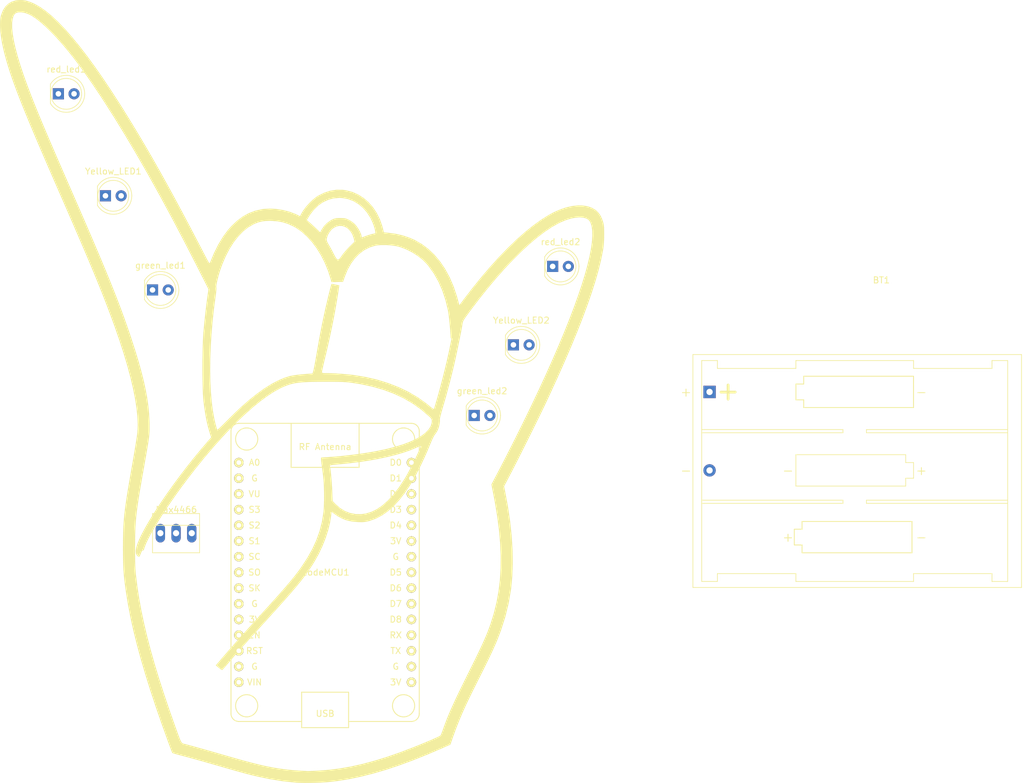
<source format=kicad_pcb>
(kicad_pcb (version 20171130) (host pcbnew "(5.1.0)-1")

  (general
    (thickness 1.6)
    (drawings 0)
    (tracks 0)
    (zones 0)
    (modules 10)
    (nets 31)
  )

  (page A4)
  (layers
    (0 F.Cu signal)
    (31 B.Cu signal)
    (32 B.Adhes user)
    (33 F.Adhes user)
    (34 B.Paste user)
    (35 F.Paste user)
    (36 B.SilkS user)
    (37 F.SilkS user)
    (38 B.Mask user)
    (39 F.Mask user)
    (40 Dwgs.User user)
    (41 Cmts.User user)
    (42 Eco1.User user)
    (43 Eco2.User user)
    (44 Edge.Cuts user)
    (45 Margin user)
    (46 B.CrtYd user)
    (47 F.CrtYd user)
    (48 B.Fab user)
    (49 F.Fab user)
  )

  (setup
    (last_trace_width 0.25)
    (trace_clearance 0.2)
    (zone_clearance 0.508)
    (zone_45_only no)
    (trace_min 0.2)
    (via_size 0.8)
    (via_drill 0.4)
    (via_min_size 0.4)
    (via_min_drill 0.3)
    (uvia_size 0.3)
    (uvia_drill 0.1)
    (uvias_allowed no)
    (uvia_min_size 0.2)
    (uvia_min_drill 0.1)
    (edge_width 0.05)
    (segment_width 0.2)
    (pcb_text_width 0.3)
    (pcb_text_size 1.5 1.5)
    (mod_edge_width 0.12)
    (mod_text_size 1 1)
    (mod_text_width 0.15)
    (pad_size 1.524 1.524)
    (pad_drill 0.762)
    (pad_to_mask_clearance 0.051)
    (solder_mask_min_width 0.25)
    (aux_axis_origin 0 0)
    (visible_elements 7FFFFFFF)
    (pcbplotparams
      (layerselection 0x010fc_ffffffff)
      (usegerberextensions false)
      (usegerberattributes false)
      (usegerberadvancedattributes false)
      (creategerberjobfile false)
      (excludeedgelayer true)
      (linewidth 0.100000)
      (plotframeref false)
      (viasonmask false)
      (mode 1)
      (useauxorigin false)
      (hpglpennumber 1)
      (hpglpenspeed 20)
      (hpglpendiameter 15.000000)
      (psnegative false)
      (psa4output false)
      (plotreference true)
      (plotvalue true)
      (plotinvisibletext false)
      (padsonsilk false)
      (subtractmaskfromsilk false)
      (outputformat 1)
      (mirror false)
      (drillshape 1)
      (scaleselection 1)
      (outputdirectory ""))
  )

  (net 0 "")
  (net 1 "Net-(BT1-Pad1)")
  (net 2 "Net-(BT1-Pad2)")
  (net 3 "Net-(NodeMCU1-Pad23)")
  (net 4 "Net-(NodeMCU1-Pad25)")
  (net 5 "Net-(NodeMCU1-Pad16)")
  (net 6 "Net-(NodeMCU1-Pad20)")
  (net 7 "Net-(NodeMCU1-Pad29)")
  (net 8 "Net-(NodeMCU1-Pad22)")
  (net 9 "Net-(NodeMCU1-Pad28)")
  (net 10 "Net-(NodeMCU1-Pad21)")
  (net 11 "Net-(NodeMCU1-Pad2)")
  (net 12 "Net-(NodeMCU1-Pad3)")
  (net 13 "Net-(NodeMCU1-Pad4)")
  (net 14 "Net-(NodeMCU1-Pad5)")
  (net 15 "Net-(NodeMCU1-Pad6)")
  (net 16 "Net-(NodeMCU1-Pad7)")
  (net 17 "Net-(NodeMCU1-Pad8)")
  (net 18 "Net-(NodeMCU1-Pad9)")
  (net 19 "Net-(NodeMCU1-Pad12)")
  (net 20 "Net-(NodeMCU1-Pad13)")
  (net 21 "Net-(NodeMCU1-Pad17)")
  (net 22 "Net-(NodeMCU1-Pad18)")
  (net 23 "Net-(NodeMCU1-Pad19)")
  (net 24 "Net-(NodeMCU1-Pad24)")
  (net 25 "Net-(NodeMCU1-Pad26)")
  (net 26 "Net-(NodeMCU1-Pad27)")
  (net 27 "Net-(NodeMCU1-Pad30)")
  (net 28 "Net-(Max4466-Pad1)")
  (net 29 "Net-(Max4466-Pad2)")
  (net 30 "Net-(Max4466-Pad3)")

  (net_class Default "This is the default net class."
    (clearance 0.2)
    (trace_width 0.25)
    (via_dia 0.8)
    (via_drill 0.4)
    (uvia_dia 0.3)
    (uvia_drill 0.1)
    (add_net "Net-(BT1-Pad1)")
    (add_net "Net-(BT1-Pad2)")
    (add_net "Net-(Max4466-Pad1)")
    (add_net "Net-(Max4466-Pad2)")
    (add_net "Net-(Max4466-Pad3)")
    (add_net "Net-(NodeMCU1-Pad12)")
    (add_net "Net-(NodeMCU1-Pad13)")
    (add_net "Net-(NodeMCU1-Pad16)")
    (add_net "Net-(NodeMCU1-Pad17)")
    (add_net "Net-(NodeMCU1-Pad18)")
    (add_net "Net-(NodeMCU1-Pad19)")
    (add_net "Net-(NodeMCU1-Pad2)")
    (add_net "Net-(NodeMCU1-Pad20)")
    (add_net "Net-(NodeMCU1-Pad21)")
    (add_net "Net-(NodeMCU1-Pad22)")
    (add_net "Net-(NodeMCU1-Pad23)")
    (add_net "Net-(NodeMCU1-Pad24)")
    (add_net "Net-(NodeMCU1-Pad25)")
    (add_net "Net-(NodeMCU1-Pad26)")
    (add_net "Net-(NodeMCU1-Pad27)")
    (add_net "Net-(NodeMCU1-Pad28)")
    (add_net "Net-(NodeMCU1-Pad29)")
    (add_net "Net-(NodeMCU1-Pad3)")
    (add_net "Net-(NodeMCU1-Pad30)")
    (add_net "Net-(NodeMCU1-Pad4)")
    (add_net "Net-(NodeMCU1-Pad5)")
    (add_net "Net-(NodeMCU1-Pad6)")
    (add_net "Net-(NodeMCU1-Pad7)")
    (add_net "Net-(NodeMCU1-Pad8)")
    (add_net "Net-(NodeMCU1-Pad9)")
  )

  (module Battery_Holders:Keystone_2479_3xAAA (layer F.Cu) (tedit 57A872FB) (tstamp 5E364D9F)
    (at 212.09 110.49)
    (descr "3xAAA cell battery holder, Keystone P/N 2479")
    (tags "AAA battery cell holder")
    (path /5E39BF42)
    (fp_text reference BT1 (at 27.8 -18.1) (layer F.SilkS)
      (effects (font (size 1 1) (thickness 0.15)))
    )
    (fp_text value Battery (at 27.8 1) (layer F.Fab)
      (effects (font (size 1 1) (thickness 0.15)))
    )
    (fp_text user + (at 3 -0.2) (layer F.SilkS)
      (effects (font (size 3 3) (thickness 0.45)))
    )
    (fp_line (start 50.5 31.65) (end 50.5 -6.05) (layer F.SilkS) (width 0.12))
    (fp_line (start -2.7 31.65) (end 50.5 31.65) (layer F.SilkS) (width 0.12))
    (fp_line (start -2.7 -6.05) (end -2.7 31.65) (layer F.SilkS) (width 0.12))
    (fp_line (start 50.5 -6.05) (end -2.7 -6.05) (layer F.SilkS) (width 0.12))
    (fp_line (start -3.1 -6.45) (end 50.9 -6.45) (layer F.CrtYd) (width 0.05))
    (fp_line (start -3.1 32.05) (end -3.1 -6.45) (layer F.CrtYd) (width 0.05))
    (fp_line (start 50.9 32.05) (end -3.1 32.05) (layer F.CrtYd) (width 0.05))
    (fp_line (start 50.9 -6.45) (end 50.9 32.05) (layer F.CrtYd) (width 0.05))
    (fp_line (start 25.4 18.034) (end 48.26 18.034) (layer F.SilkS) (width 0.12))
    (fp_line (start 25.4 17.526) (end 25.4 18.034) (layer F.SilkS) (width 0.12))
    (fp_line (start 48.26 17.526) (end 25.4 17.526) (layer F.SilkS) (width 0.12))
    (fp_line (start 21.59 18.034) (end -1.27 18.034) (layer F.SilkS) (width 0.12))
    (fp_line (start 21.59 17.526) (end 21.59 18.034) (layer F.SilkS) (width 0.12))
    (fp_line (start -1.27 17.526) (end 21.59 17.526) (layer F.SilkS) (width 0.12))
    (fp_line (start 32.766 20.955) (end 32.766 22.225) (layer F.SilkS) (width 0.12))
    (fp_line (start 14.986 20.955) (end 32.766 20.955) (layer F.SilkS) (width 0.12))
    (fp_line (start 14.986 22.225) (end 14.986 20.955) (layer F.SilkS) (width 0.12))
    (fp_line (start 13.716 22.225) (end 14.986 22.225) (layer F.SilkS) (width 0.12))
    (fp_line (start 13.716 24.765) (end 13.716 22.225) (layer F.SilkS) (width 0.12))
    (fp_line (start 14.986 24.765) (end 13.716 24.765) (layer F.SilkS) (width 0.12))
    (fp_line (start 14.986 26.035) (end 14.986 24.765) (layer F.SilkS) (width 0.12))
    (fp_line (start 32.766 26.035) (end 14.986 26.035) (layer F.SilkS) (width 0.12))
    (fp_line (start 32.766 22.225) (end 32.766 26.035) (layer F.SilkS) (width 0.12))
    (fp_line (start 32.766 22.225) (end 32.766 26.035) (layer F.SilkS) (width 0.12))
    (fp_line (start 32.766 26.035) (end 14.986 26.035) (layer F.SilkS) (width 0.12))
    (fp_line (start 14.986 26.035) (end 14.986 24.765) (layer F.SilkS) (width 0.12))
    (fp_line (start 14.986 24.765) (end 13.716 24.765) (layer F.SilkS) (width 0.12))
    (fp_line (start 13.716 24.765) (end 13.716 22.225) (layer F.SilkS) (width 0.12))
    (fp_line (start 13.716 22.225) (end 14.986 22.225) (layer F.SilkS) (width 0.12))
    (fp_line (start 14.986 22.225) (end 14.986 20.955) (layer F.SilkS) (width 0.12))
    (fp_line (start 14.986 20.955) (end 32.766 20.955) (layer F.SilkS) (width 0.12))
    (fp_line (start 32.766 20.955) (end 32.766 22.225) (layer F.SilkS) (width 0.12))
    (fp_line (start 33.02 -2.54) (end 33.02 -1.27) (layer F.SilkS) (width 0.12))
    (fp_line (start 15.24 -2.54) (end 33.02 -2.54) (layer F.SilkS) (width 0.12))
    (fp_line (start 15.24 -1.27) (end 15.24 -2.54) (layer F.SilkS) (width 0.12))
    (fp_line (start 13.97 -1.27) (end 15.24 -1.27) (layer F.SilkS) (width 0.12))
    (fp_line (start 13.97 1.27) (end 13.97 -1.27) (layer F.SilkS) (width 0.12))
    (fp_line (start 15.24 1.27) (end 13.97 1.27) (layer F.SilkS) (width 0.12))
    (fp_line (start 15.24 2.54) (end 15.24 1.27) (layer F.SilkS) (width 0.12))
    (fp_line (start 33.02 2.54) (end 15.24 2.54) (layer F.SilkS) (width 0.12))
    (fp_line (start 33.02 -1.27) (end 33.02 2.54) (layer F.SilkS) (width 0.12))
    (fp_line (start -1.27 17.78) (end -1.27 30.6705) (layer F.SilkS) (width 0.12))
    (fp_line (start 48.26 17.78) (end 48.26 30.68) (layer F.SilkS) (width 0.12))
    (fp_line (start -2.6 18.65) (end -2.6 31.55) (layer F.Fab) (width 0.1))
    (fp_line (start 50.4 18.65) (end 50.4 31.55) (layer F.Fab) (width 0.1))
    (fp_line (start 13.97 15.24) (end 13.97 10.16) (layer F.SilkS) (width 0.12))
    (fp_line (start 13.97 10.16) (end 31.75 10.16) (layer F.SilkS) (width 0.12))
    (fp_line (start 31.75 10.16) (end 31.75 11.43) (layer F.SilkS) (width 0.12))
    (fp_line (start 31.75 11.43) (end 33.02 11.43) (layer F.SilkS) (width 0.12))
    (fp_line (start 33.02 11.43) (end 33.02 13.97) (layer F.SilkS) (width 0.12))
    (fp_line (start 33.02 13.97) (end 31.75 13.97) (layer F.SilkS) (width 0.12))
    (fp_line (start 31.75 13.97) (end 31.75 15.24) (layer F.SilkS) (width 0.12))
    (fp_line (start 31.75 15.24) (end 13.97 15.24) (layer F.SilkS) (width 0.12))
    (fp_line (start 33.02 -1.27) (end 33.02 2.54) (layer F.SilkS) (width 0.12))
    (fp_line (start 33.02 2.54) (end 15.24 2.54) (layer F.SilkS) (width 0.12))
    (fp_line (start 15.24 2.54) (end 15.24 1.27) (layer F.SilkS) (width 0.12))
    (fp_line (start 15.24 1.27) (end 13.97 1.27) (layer F.SilkS) (width 0.12))
    (fp_line (start 13.97 1.27) (end 13.97 -1.27) (layer F.SilkS) (width 0.12))
    (fp_line (start 13.97 -1.27) (end 15.24 -1.27) (layer F.SilkS) (width 0.12))
    (fp_line (start 15.24 -1.27) (end 15.24 -2.54) (layer F.SilkS) (width 0.12))
    (fp_line (start 15.24 -2.54) (end 33.02 -2.54) (layer F.SilkS) (width 0.12))
    (fp_line (start 33.02 -2.54) (end 33.02 -1.27) (layer F.SilkS) (width 0.12))
    (fp_line (start -1.27 6.096) (end 21.59 6.096) (layer F.SilkS) (width 0.12))
    (fp_line (start 21.59 6.096) (end 21.59 6.604) (layer F.SilkS) (width 0.12))
    (fp_line (start 21.59 6.604) (end -1.27 6.604) (layer F.SilkS) (width 0.12))
    (fp_line (start 48.26 6.096) (end 25.4 6.096) (layer F.SilkS) (width 0.12))
    (fp_line (start 25.4 6.096) (end 25.4 6.604) (layer F.SilkS) (width 0.12))
    (fp_line (start 25.4 6.604) (end 48.26 6.604) (layer F.SilkS) (width 0.12))
    (fp_line (start 13.97 29.41) (end 13.97 30.68) (layer F.SilkS) (width 0.12))
    (fp_line (start 13.97 30.68) (end 33.02 30.68) (layer F.SilkS) (width 0.12))
    (fp_line (start 33.02 30.68) (end 33.02 29.41) (layer F.SilkS) (width 0.12))
    (fp_line (start 45.72 -3.81) (end 33.02 -3.81) (layer F.SilkS) (width 0.12))
    (fp_line (start 33.02 -3.81) (end 33.02 -5.08) (layer F.SilkS) (width 0.12))
    (fp_line (start 33.02 -5.08) (end 13.97 -5.08) (layer F.SilkS) (width 0.12))
    (fp_line (start 13.97 -5.08) (end 13.97 -3.81) (layer F.SilkS) (width 0.12))
    (fp_line (start 45.72 29.41) (end 33.02 29.41) (layer F.SilkS) (width 0.12))
    (fp_line (start 1.27 -3.81) (end 13.97 -3.81) (layer F.SilkS) (width 0.12))
    (fp_line (start 1.27 -3.81) (end 1.27 -5.08) (layer F.SilkS) (width 0.12))
    (fp_line (start 1.27 -5.08) (end -1.27 -5.08) (layer F.SilkS) (width 0.12))
    (fp_line (start -1.27 -5.08) (end -1.27 17.78) (layer F.SilkS) (width 0.12))
    (fp_line (start -1.27 30.6705) (end 1.27 30.6705) (layer F.SilkS) (width 0.12))
    (fp_line (start 1.27 30.6705) (end 1.27 29.41) (layer F.SilkS) (width 0.12))
    (fp_line (start 1.27 29.41) (end 13.97 29.41) (layer F.SilkS) (width 0.12))
    (fp_line (start 48.26 -5.08) (end 45.72 -5.08) (layer F.SilkS) (width 0.12))
    (fp_line (start 45.72 -5.08) (end 45.72 -3.81) (layer F.SilkS) (width 0.12))
    (fp_line (start 48.26 -5.08) (end 48.26 17.78) (layer F.SilkS) (width 0.12))
    (fp_line (start 48.26 30.68) (end 45.72 30.68) (layer F.SilkS) (width 0.12))
    (fp_line (start 45.72 30.68) (end 45.72 29.41) (layer F.SilkS) (width 0.12))
    (fp_line (start -2.6 18.65) (end -2.6 6.35) (layer F.Fab) (width 0.1))
    (fp_line (start 50.4 18.65) (end 50.4 -5.95) (layer F.Fab) (width 0.1))
    (fp_line (start -2.6 31.55) (end 50.4 31.55) (layer F.Fab) (width 0.1))
    (fp_line (start -2.6 6.35) (end -2.6 -5.95) (layer F.Fab) (width 0.1))
    (fp_line (start -2.6 -5.95) (end 50.4 -5.95) (layer F.Fab) (width 0.1))
    (fp_text user + (at 34.29 12.7) (layer F.SilkS)
      (effects (font (size 1.5 1.5) (thickness 0.15)))
    )
    (fp_text user + (at 12.7 23.495) (layer F.SilkS)
      (effects (font (size 1.5 1.5) (thickness 0.15)))
    )
    (fp_text user - (at 12.7 12.7) (layer F.SilkS)
      (effects (font (size 1.5 1.5) (thickness 0.15)))
    )
    (fp_text user - (at 34.29 23.495) (layer F.SilkS)
      (effects (font (size 1.5 1.5) (thickness 0.15)))
    )
    (fp_text user - (at 34.29 0) (layer F.SilkS)
      (effects (font (size 1.5 1.5) (thickness 0.15)))
    )
    (fp_text user - (at -3.81 12.7) (layer F.SilkS)
      (effects (font (size 1.5 1.5) (thickness 0.15)))
    )
    (fp_text user + (at -3.81 0) (layer F.SilkS)
      (effects (font (size 1.5 1.5) (thickness 0.15)))
    )
    (fp_text user %R (at 27.8 -1) (layer F.Fab)
      (effects (font (size 1 1) (thickness 0.1)))
    )
    (pad 1 thru_hole rect (at 0 0) (size 2 2) (drill 1.02) (layers *.Cu *.Mask)
      (net 1 "Net-(BT1-Pad1)"))
    (pad 2 thru_hole circle (at 0 12.7) (size 2 2) (drill 1.02) (layers *.Cu *.Mask)
      (net 2 "Net-(BT1-Pad2)"))
    (pad "" np_thru_hole circle (at 23.7236 23.495) (size 3.5 3.5) (drill 3.5) (layers *.Cu *.Mask))
    (pad "" np_thru_hole circle (at 23.7236 0) (size 3.5 3.5) (drill 3.5) (layers *.Cu *.Mask))
  )

  (module Connectors:PINHEAD1-3 (layer F.Cu) (tedit 0) (tstamp 5E3780D1)
    (at 123.19 133.35)
    (path /5E383425)
    (fp_text reference Max4466 (at 2.59 -3.8) (layer F.SilkS)
      (effects (font (size 1 1) (thickness 0.15)))
    )
    (fp_text value Conn_01x03_Male (at 2.54 3.81) (layer F.Fab)
      (effects (font (size 1 1) (thickness 0.15)))
    )
    (fp_line (start -1.27 -3.17) (end -1.27 3.17) (layer F.SilkS) (width 0.12))
    (fp_line (start 6.35 -3.17) (end 6.35 3.17) (layer F.SilkS) (width 0.12))
    (fp_line (start 6.35 -1.27) (end -1.27 -1.27) (layer F.SilkS) (width 0.12))
    (fp_line (start -1.27 -3.17) (end 6.35 -3.17) (layer F.SilkS) (width 0.12))
    (fp_line (start 6.35 3.17) (end -1.27 3.17) (layer F.SilkS) (width 0.12))
    (fp_line (start -1.52 -3.42) (end 6.6 -3.42) (layer F.CrtYd) (width 0.05))
    (fp_line (start -1.52 -3.42) (end -1.52 3.42) (layer F.CrtYd) (width 0.05))
    (fp_line (start 6.6 3.42) (end 6.6 -3.42) (layer F.CrtYd) (width 0.05))
    (fp_line (start 6.6 3.42) (end -1.52 3.42) (layer F.CrtYd) (width 0.05))
    (pad 1 thru_hole oval (at 0 0) (size 1.51 3.01) (drill 1) (layers *.Cu *.Mask)
      (net 28 "Net-(Max4466-Pad1)"))
    (pad 2 thru_hole oval (at 2.54 0) (size 1.51 3.01) (drill 1) (layers *.Cu *.Mask)
      (net 29 "Net-(Max4466-Pad2)"))
    (pad 3 thru_hole oval (at 5.08 0) (size 1.51 3.01) (drill 1) (layers *.Cu *.Mask)
      (net 30 "Net-(Max4466-Pad3)"))
  )

  (module rockon:RockOn-silkscreen-100mm (layer F.Cu) (tedit 0) (tstamp 5E3713EE)
    (at 146.05 107.95)
    (fp_text reference G*** (at -35.56 2.54) (layer F.SilkS) hide
      (effects (font (size 1.524 1.524) (thickness 0.3)))
    )
    (fp_text value LOGO (at -35.56 6.35) (layer F.SilkS) hide
      (effects (font (size 1.524 1.524) (thickness 0.3)))
    )
    (fp_poly (pts (xy -45.106025 -60.883775) (xy -44.615149 -60.808657) (xy -44.113379 -60.663174) (xy -43.551389 -60.434634)
      (xy -43.222333 -60.280382) (xy -42.340395 -59.785505) (xy -41.406084 -59.130138) (xy -40.419755 -58.314708)
      (xy -39.381762 -57.339639) (xy -38.292461 -56.205357) (xy -37.152205 -54.912286) (xy -35.96135 -53.460854)
      (xy -34.72025 -51.851484) (xy -33.42926 -50.084604) (xy -32.088733 -48.160637) (xy -30.699025 -46.080009)
      (xy -29.260491 -43.843146) (xy -28.47031 -42.58139) (xy -27.480016 -40.972585) (xy -26.501549 -39.35487)
      (xy -25.527568 -37.715081) (xy -24.550729 -36.040057) (xy -23.56369 -34.316633) (xy -22.559108 -32.531646)
      (xy -21.529641 -30.671933) (xy -20.467946 -28.72433) (xy -19.36668 -26.675675) (xy -18.218501 -24.512804)
      (xy -17.016065 -22.222554) (xy -15.752031 -19.791761) (xy -15.676351 -19.645565) (xy -15.414549 -19.141131)
      (xy -15.218845 -18.771094) (xy -15.077889 -18.519267) (xy -14.980333 -18.369461) (xy -14.914828 -18.30549)
      (xy -14.870025 -18.311165) (xy -14.834574 -18.370298) (xy -14.815652 -18.417899) (xy -14.172999 -19.960802)
      (xy -13.4739 -21.355863) (xy -12.720698 -22.599079) (xy -11.915734 -23.686447) (xy -11.374473 -24.298728)
      (xy -10.464727 -25.160336) (xy -10.313488 -25.273) (xy 0.841186 -25.273) (xy 1.246093 -24.936352)
      (xy 1.482607 -24.73118) (xy 1.79223 -24.450789) (xy 2.127349 -24.138703) (xy 2.329894 -23.945637)
      (xy 3.008789 -23.29157) (xy 3.248555 -23.749517) (xy 3.613618 -24.294042) (xy 4.099497 -24.794526)
      (xy 4.657691 -25.204357) (xy 4.901093 -25.337779) (xy 5.182237 -25.468778) (xy 5.415252 -25.549866)
      (xy 5.658804 -25.592821) (xy 5.971559 -25.609421) (xy 6.265333 -25.611667) (xy 6.662106 -25.606566)
      (xy 6.948328 -25.583411) (xy 7.182666 -25.530423) (xy 7.423786 -25.435826) (xy 7.629573 -25.337779)
      (xy 8.002392 -25.118724) (xy 8.385447 -24.837926) (xy 8.623015 -24.626794) (xy 8.916667 -24.281753)
      (xy 9.203231 -23.856545) (xy 9.451859 -23.405307) (xy 9.631699 -22.982179) (xy 9.698808 -22.738922)
      (xy 9.751065 -22.460372) (xy 10.357699 -22.693723) (xy 10.740725 -22.829334) (xy 11.145351 -22.954352)
      (xy 11.460541 -23.036108) (xy 11.956748 -23.145142) (xy 11.907347 -23.505559) (xy 11.817284 -23.923234)
      (xy 11.658206 -24.428214) (xy 11.45071 -24.964125) (xy 11.215396 -25.474592) (xy 11.12532 -25.64588)
      (xy 10.563653 -26.51953) (xy 9.909784 -27.266918) (xy 9.175138 -27.880715) (xy 8.371139 -28.353597)
      (xy 7.509212 -28.678234) (xy 6.60078 -28.847302) (xy 6.096 -28.871333) (xy 5.162679 -28.789465)
      (xy 4.273689 -28.547354) (xy 3.437463 -28.15024) (xy 2.662431 -27.603366) (xy 1.957025 -26.911972)
      (xy 1.329677 -26.0813) (xy 1.154247 -25.799493) (xy 0.841186 -25.273) (xy -10.313488 -25.273)
      (xy -9.526064 -25.85958) (xy -8.547008 -26.402526) (xy -7.516084 -26.795242) (xy -6.421817 -27.043797)
      (xy -6.097591 -27.088982) (xy -5.104449 -27.141895) (xy -4.047365 -27.077502) (xy -2.975596 -26.904431)
      (xy -1.9384 -26.631312) (xy -0.985034 -26.266772) (xy -0.742696 -26.150938) (xy -0.257726 -25.907443)
      (xy -0.076216 -26.267555) (xy 0.261571 -26.832989) (xy 0.709076 -27.429356) (xy 1.228853 -28.016419)
      (xy 1.783451 -28.553942) (xy 2.335421 -29.00169) (xy 2.679007 -29.227845) (xy 3.664041 -29.717129)
      (xy 4.662228 -30.038616) (xy 5.67145 -30.191894) (xy 6.689592 -30.176553) (xy 7.196667 -30.106361)
      (xy 8.202725 -29.842091) (xy 9.151104 -29.42576) (xy 10.031593 -28.867853) (xy 10.833976 -28.178854)
      (xy 11.548042 -27.369247) (xy 12.163576 -26.449517) (xy 12.670366 -25.430147) (xy 13.058199 -24.321622)
      (xy 13.14263 -24.002585) (xy 13.317522 -23.29415) (xy 13.876594 -23.243683) (xy 15.180959 -23.072797)
      (xy 16.378899 -22.800952) (xy 17.506617 -22.418461) (xy 18.330333 -22.05206) (xy 19.470913 -21.399009)
      (xy 20.53686 -20.597812) (xy 21.523955 -19.654322) (xy 22.427981 -18.57439) (xy 23.244719 -17.363868)
      (xy 23.969952 -16.02861) (xy 24.599462 -14.574467) (xy 25.12903 -13.007291) (xy 25.305589 -12.374217)
      (xy 25.536248 -11.4981) (xy 26.160207 -12.331883) (xy 27.633151 -14.250077) (xy 29.100602 -16.062147)
      (xy 30.556998 -17.7627) (xy 31.99678 -19.346344) (xy 33.414387 -20.807686) (xy 34.804259 -22.141333)
      (xy 36.160835 -23.341893) (xy 37.478554 -24.403974) (xy 38.751857 -25.322183) (xy 39.975182 -26.091127)
      (xy 40.818859 -26.547784) (xy 41.82393 -26.996892) (xy 42.813434 -27.331373) (xy 43.77282 -27.550716)
      (xy 44.687538 -27.654409) (xy 45.543036 -27.641942) (xy 46.324764 -27.512802) (xy 47.018172 -27.266477)
      (xy 47.608707 -26.902456) (xy 47.740618 -26.791154) (xy 48.108742 -26.412157) (xy 48.395773 -25.995126)
      (xy 48.630936 -25.491435) (xy 48.780314 -25.061333) (xy 48.853194 -24.813907) (xy 48.90576 -24.584172)
      (xy 48.941124 -24.337549) (xy 48.962397 -24.039459) (xy 48.972691 -23.655321) (xy 48.975117 -23.150555)
      (xy 48.974565 -22.902333) (xy 48.965971 -22.215115) (xy 48.942653 -21.644382) (xy 48.900651 -21.137631)
      (xy 48.836004 -20.642356) (xy 48.777143 -20.285649) (xy 48.480499 -18.811342) (xy 48.087004 -17.209607)
      (xy 47.596333 -15.479577) (xy 47.008161 -13.620387) (xy 46.322162 -11.63117) (xy 45.538014 -9.51106)
      (xy 44.65539 -7.259191) (xy 43.673965 -4.874696) (xy 42.593416 -2.35671) (xy 41.413416 0.295634)
      (xy 40.133642 3.083203) (xy 39.535297 4.360333) (xy 39.225753 5.010546) (xy 38.850501 5.787822)
      (xy 38.42126 6.668632) (xy 37.949749 7.629442) (xy 37.447684 8.646722) (xy 36.926786 9.69694)
      (xy 36.398771 10.756565) (xy 35.875358 11.802064) (xy 35.368265 12.809907) (xy 34.88921 13.756562)
      (xy 34.449913 14.618497) (xy 34.06209 15.372181) (xy 33.822236 15.832826) (xy 32.779295 17.822652)
      (xy 32.945118 18.626826) (xy 33.403044 21.078639) (xy 33.756582 23.480223) (xy 34.004947 25.81862)
      (xy 34.147357 28.080868) (xy 34.183028 30.254008) (xy 34.111176 32.32508) (xy 33.931019 34.281123)
      (xy 33.9041 34.492181) (xy 33.528465 36.713306) (xy 32.984928 38.936287) (xy 32.27479 41.156301)
      (xy 31.710518 42.629667) (xy 31.502561 43.129364) (xy 31.278095 43.648627) (xy 31.029657 44.203128)
      (xy 30.749786 44.808539) (xy 30.431021 45.480534) (xy 30.0659 46.234785) (xy 29.646963 47.086964)
      (xy 29.166748 48.052744) (xy 28.617794 49.147797) (xy 28.425423 49.53) (xy 27.79997 50.780806)
      (xy 27.246999 51.908315) (xy 26.755958 52.936806) (xy 26.316292 53.890559) (xy 25.917447 54.793854)
      (xy 25.548871 55.67097) (xy 25.200009 56.546185) (xy 24.860307 57.44378) (xy 24.519212 58.388034)
      (xy 24.289332 59.045321) (xy 24.087667 59.628309) (xy 22.86 60.172985) (xy 20.400302 61.230989)
      (xy 18.051407 62.172391) (xy 15.804044 62.999988) (xy 13.648943 63.716575) (xy 11.576832 64.324949)
      (xy 9.578441 64.827906) (xy 7.644499 65.228244) (xy 5.765736 65.528759) (xy 4.663213 65.662093)
      (xy 3.953216 65.723936) (xy 3.13817 65.772579) (xy 2.264351 65.806983) (xy 1.378037 65.826112)
      (xy 0.525506 65.828928) (xy -0.246965 65.814394) (xy -0.838519 65.78541) (xy -2.96934 65.570226)
      (xy -5.183512 65.216102) (xy -7.154333 64.79979) (xy -7.585402 64.698035) (xy -7.992629 64.5997)
      (xy -8.394013 64.499865) (xy -8.807554 64.393614) (xy -9.251252 64.276028) (xy -9.743106 64.142189)
      (xy -10.301117 63.98718) (xy -10.943284 63.806082) (xy -11.687607 63.593978) (xy -12.552084 63.345949)
      (xy -13.554717 63.057078) (xy -13.946596 62.943973) (xy -14.777754 62.705217) (xy -15.621525 62.465071)
      (xy -16.450552 62.231169) (xy -17.237477 62.011145) (xy -17.954942 61.812634) (xy -18.575592 61.64327)
      (xy -19.072067 61.510687) (xy -19.230611 61.469443) (xy -19.731985 61.337983) (xy -20.176892 61.216646)
      (xy -20.539326 61.112907) (xy -20.793281 61.034243) (xy -20.912749 60.988128) (xy -20.917367 60.984585)
      (xy -20.963654 60.888528) (xy -21.058225 60.65725) (xy -21.191773 60.314772) (xy -21.354989 59.885111)
      (xy -21.538567 59.392285) (xy -21.615925 59.182) (xy -22.675684 56.238085) (xy -23.646144 53.431305)
      (xy -24.528922 50.755934) (xy -25.325634 48.206252) (xy -26.037898 45.776533) (xy -26.66733 43.461056)
      (xy -27.215546 41.254096) (xy -27.684164 39.14993) (xy -28.0748 37.142836) (xy -28.38907 35.22709)
      (xy -28.396156 35.179) (xy -28.526588 34.271233) (xy -28.633448 33.472295) (xy -28.719004 32.749255)
      (xy -28.785528 32.069182) (xy -28.835288 31.399144) (xy -28.870556 30.706213) (xy -28.893599 29.957455)
      (xy -28.906689 29.119942) (xy -28.912095 28.160742) (xy -28.912625 27.686) (xy -28.910452 26.840498)
      (xy -28.9025 26.059995) (xy -28.886937 25.32817) (xy -28.861935 24.6287) (xy -28.825665 23.945265)
      (xy -28.776296 23.261541) (xy -28.712 22.561208) (xy -28.630946 21.827943) (xy -28.531307 21.045424)
      (xy -28.411252 20.197329) (xy -28.268951 19.267338) (xy -28.102576 18.239127) (xy -27.910297 17.096374)
      (xy -27.690285 15.822759) (xy -27.44071 14.401959) (xy -27.394277 14.139333) (xy -27.245371 13.287951)
      (xy -27.10297 12.455035) (xy -26.9705 11.661938) (xy -26.851387 10.930008) (xy -26.749057 10.280597)
      (xy -26.666936 9.735054) (xy -26.60845 9.31473) (xy -26.578114 9.053196) (xy -26.528216 7.911241)
      (xy -26.574331 6.632828) (xy -26.715854 5.220564) (xy -26.952183 3.677055) (xy -27.282714 2.004909)
      (xy -27.706843 0.206731) (xy -28.223967 -1.71487) (xy -28.833482 -3.757288) (xy -29.534786 -5.917916)
      (xy -30.327274 -8.194147) (xy -30.986756 -9.990667) (xy -31.328946 -10.897798) (xy -31.673843 -11.799581)
      (xy -32.025962 -12.706832) (xy -32.389817 -13.630367) (xy -32.769923 -14.581003) (xy -33.170797 -15.569554)
      (xy -33.596952 -16.606837) (xy -34.052905 -17.703668) (xy -34.543169 -18.870864) (xy -35.07226 -20.119239)
      (xy -35.644694 -21.459609) (xy -36.264984 -22.902792) (xy -36.937647 -24.459602) (xy -37.667197 -26.140856)
      (xy -38.458149 -27.95737) (xy -39.115769 -29.464) (xy -40.037844 -31.5782) (xy -40.892653 -33.54621)
      (xy -41.683268 -35.375873) (xy -42.412758 -37.075034) (xy -43.084193 -38.651538) (xy -43.700642 -40.113228)
      (xy -44.265176 -41.46795) (xy -44.780865 -42.723548) (xy -45.250778 -43.887866) (xy -45.677985 -44.968748)
      (xy -46.065555 -45.974039) (xy -46.41656 -46.911584) (xy -46.734068 -47.789227) (xy -47.02115 -48.614812)
      (xy -47.280875 -49.396183) (xy -47.516313 -50.141186) (xy -47.730534 -50.857664) (xy -47.926609 -51.553462)
      (xy -48.107605 -52.236425) (xy -48.249925 -52.804656) (xy -48.480832 -53.857287) (xy -48.653032 -54.873458)
      (xy -48.765019 -55.831833) (xy -48.815283 -56.711075) (xy -48.807489 -57.179277) (xy -46.859804 -57.179277)
      (xy -46.854856 -56.374072) (xy -46.762463 -55.434677) (xy -46.583221 -54.364338) (xy -46.317722 -53.166296)
      (xy -45.96656 -51.843795) (xy -45.530328 -50.40008) (xy -45.009621 -48.838392) (xy -44.699488 -47.963667)
      (xy -44.439593 -47.25085) (xy -44.17406 -46.536081) (xy -43.898739 -45.8094) (xy -43.609483 -45.060846)
      (xy -43.302144 -44.280459) (xy -42.972573 -43.458279) (xy -42.616623 -42.584345) (xy -42.230145 -41.648698)
      (xy -41.808991 -40.641377) (xy -41.349014 -39.552421) (xy -40.846064 -38.371871) (xy -40.295994 -37.089766)
      (xy -39.694657 -35.696146) (xy -39.037903 -34.181051) (xy -38.321584 -32.53452) (xy -37.541553 -30.746593)
      (xy -37.277096 -30.141333) (xy -36.338901 -27.99115) (xy -35.467303 -25.985586) (xy -34.658501 -24.115259)
      (xy -33.908692 -22.370781) (xy -33.214075 -20.742768) (xy -32.570847 -19.221835) (xy -31.975206 -17.798598)
      (xy -31.423351 -16.46367) (xy -30.911479 -15.207666) (xy -30.435788 -14.021202) (xy -29.992477 -12.894893)
      (xy -29.577743 -11.819353) (xy -29.187784 -10.785198) (xy -28.818799 -9.783041) (xy -28.466985 -8.803499)
      (xy -28.12854 -7.837185) (xy -27.799662 -6.874716) (xy -27.553209 -6.138333) (xy -26.93926 -4.239037)
      (xy -26.403851 -2.475112) (xy -25.944213 -0.833399) (xy -25.557573 0.699263) (xy -25.24116 2.136036)
      (xy -24.992204 3.490079) (xy -24.807934 4.774554) (xy -24.685578 6.002623) (xy -24.622366 7.187445)
      (xy -24.611784 7.831667) (xy -24.610526 8.173428) (xy -24.610394 8.474772) (xy -24.613342 8.750075)
      (xy -24.621323 9.013715) (xy -24.636291 9.280069) (xy -24.660197 9.563516) (xy -24.694995 9.878433)
      (xy -24.742638 10.239198) (xy -24.805079 10.660188) (xy -24.88427 11.155781) (xy -24.982166 11.740354)
      (xy -25.100718 12.428285) (xy -25.24188 13.233952) (xy -25.407605 14.171732) (xy -25.599845 15.256004)
      (xy -25.687094 15.748) (xy -25.924837 17.100532) (xy -26.131579 18.30664) (xy -26.309425 19.385963)
      (xy -26.460478 20.358142) (xy -26.586844 21.242818) (xy -26.690628 22.059632) (xy -26.773932 22.828224)
      (xy -26.838863 23.568234) (xy -26.887523 24.299304) (xy -26.922019 25.041074) (xy -26.944454 25.813185)
      (xy -26.956932 26.635278) (xy -26.961559 27.526992) (xy -26.961689 27.643667) (xy -26.960273 28.588575)
      (xy -26.953946 29.389332) (xy -26.941883 30.071068) (xy -26.923259 30.658916) (xy -26.897251 31.178007)
      (xy -26.863033 31.653473) (xy -26.819781 32.110446) (xy -26.813071 32.173333) (xy -26.583052 34.038981)
      (xy -26.290425 35.948465) (xy -25.932558 37.911941) (xy -25.50682 39.939565) (xy -25.010577 42.041493)
      (xy -24.4412 44.227881) (xy -23.796055 46.508884) (xy -23.072512 48.894659) (xy -22.267939 51.395361)
      (xy -21.379703 54.021146) (xy -20.516267 56.472667) (xy -20.246325 57.22841) (xy -20.026977 57.841356)
      (xy -19.849383 58.327271) (xy -19.704702 58.701915) (xy -19.584093 58.981054) (xy -19.478714 59.18045)
      (xy -19.379724 59.315868) (xy -19.278283 59.403069) (xy -19.165549 59.457819) (xy -19.032682 59.495879)
      (xy -18.870839 59.533015) (xy -18.788628 59.553007) (xy -18.391326 59.657191) (xy -17.845282 59.805518)
      (xy -17.164146 59.994137) (xy -16.361565 60.219196) (xy -15.45119 60.476846) (xy -14.446668 60.763235)
      (xy -13.361647 61.074513) (xy -12.209777 61.406828) (xy -11.895667 61.497753) (xy -10.434238 61.915829)
      (xy -9.112161 62.28164) (xy -7.909014 62.59901) (xy -6.804374 62.871765) (xy -5.777821 63.10373)
      (xy -4.808931 63.29873) (xy -3.877284 63.46059) (xy -2.962456 63.593135) (xy -2.044027 63.700191)
      (xy -1.101574 63.785583) (xy -0.114676 63.853136) (xy 0.93709 63.906674) (xy 0.973667 63.908269)
      (xy 1.139859 63.907461) (xy 1.44188 63.898335) (xy 1.846498 63.882194) (xy 2.320481 63.860339)
      (xy 2.730435 63.839449) (xy 4.481544 63.70249) (xy 6.25833 63.474524) (xy 8.074234 63.152142)
      (xy 9.942695 62.73193) (xy 11.877152 62.210479) (xy 13.891043 61.584376) (xy 15.99781 60.850211)
      (xy 18.210889 60.004572) (xy 18.850699 59.74765) (xy 19.768172 59.372404) (xy 20.564114 59.040349)
      (xy 21.232085 58.754332) (xy 21.76564 58.5172) (xy 22.158339 58.331799) (xy 22.403739 58.200977)
      (xy 22.486827 58.140858) (xy 22.552804 58.020759) (xy 22.655559 57.779901) (xy 22.778684 57.458289)
      (xy 22.858477 57.234667) (xy 23.09015 56.581468) (xy 23.32888 55.939705) (xy 23.581827 55.293423)
      (xy 23.856152 54.626666) (xy 24.159017 53.923481) (xy 24.497582 53.167912) (xy 24.879008 52.344007)
      (xy 25.310457 51.435809) (xy 25.79909 50.427366) (xy 26.352068 49.302721) (xy 26.976552 48.045922)
      (xy 27.038729 47.921333) (xy 27.628716 46.734774) (xy 28.14653 45.682318) (xy 28.599199 44.748404)
      (xy 28.993751 43.917465) (xy 29.337216 43.173938) (xy 29.636623 42.502259) (xy 29.898999 41.886864)
      (xy 30.131374 41.312189) (xy 30.340777 40.762668) (xy 30.534236 40.222739) (xy 30.594645 40.047333)
      (xy 31.127127 38.324657) (xy 31.555321 36.575993) (xy 31.879489 34.789731) (xy 32.099892 32.954261)
      (xy 32.216791 31.057971) (xy 32.230449 29.089252) (xy 32.141127 27.036493) (xy 31.949086 24.888083)
      (xy 31.654588 22.632413) (xy 31.257895 20.257872) (xy 31.063439 19.235381) (xy 30.72547 17.515763)
      (xy 31.761159 15.552381) (xy 32.035509 15.028288) (xy 32.369908 14.382962) (xy 32.748844 13.64671)
      (xy 33.156808 12.849841) (xy 33.578287 12.022662) (xy 33.997772 11.195481) (xy 34.399751 10.398605)
      (xy 34.455851 10.287) (xy 35.826442 7.529426) (xy 37.123317 4.859915) (xy 38.345496 2.281286)
      (xy 39.491998 -0.20364) (xy 40.561841 -2.592044) (xy 41.554044 -4.881106) (xy 42.467626 -7.068008)
      (xy 43.301606 -9.149929) (xy 44.055002 -11.124049) (xy 44.726834 -12.98755) (xy 45.31612 -14.737612)
      (xy 45.82188 -16.371414) (xy 46.243131 -17.886138) (xy 46.578893 -19.278963) (xy 46.828185 -20.547071)
      (xy 46.990025 -21.687642) (xy 47.063433 -22.697856) (xy 47.047427 -23.574893) (xy 46.941025 -24.315934)
      (xy 46.743248 -24.918159) (xy 46.722195 -24.962851) (xy 46.47014 -25.296862) (xy 46.09405 -25.534259)
      (xy 45.608477 -25.675733) (xy 45.02797 -25.721976) (xy 44.367078 -25.673679) (xy 43.640353 -25.531532)
      (xy 42.862343 -25.296229) (xy 42.047599 -24.968458) (xy 41.524164 -24.71591) (xy 40.439798 -24.097792)
      (xy 39.29622 -23.329086) (xy 38.099274 -22.415541) (xy 36.854807 -21.362905) (xy 35.568663 -20.176927)
      (xy 34.246688 -18.863356) (xy 32.894726 -17.427941) (xy 31.518623 -15.87643) (xy 30.124225 -14.214573)
      (xy 28.717375 -12.448118) (xy 27.714216 -11.133667) (xy 27.266072 -10.534823) (xy 26.909355 -10.0531)
      (xy 26.633027 -9.670801) (xy 26.426051 -9.370231) (xy 26.27739 -9.133696) (xy 26.176006 -8.9435)
      (xy 26.110863 -8.781947) (xy 26.070924 -8.631343) (xy 26.045151 -8.473993) (xy 26.042428 -8.453375)
      (xy 25.996164 -8.153877) (xy 25.918258 -7.714169) (xy 25.813839 -7.159334) (xy 25.688033 -6.514456)
      (xy 25.545968 -5.804618) (xy 25.392771 -5.054903) (xy 25.23357 -4.290394) (xy 25.073492 -3.536175)
      (xy 24.917664 -2.817329) (xy 24.771214 -2.158939) (xy 24.639269 -1.586088) (xy 24.634698 -1.566718)
      (xy 24.009483 0.965938) (xy 23.357966 3.377026) (xy 22.849969 5.115787) (xy 22.696312 5.640599)
      (xy 22.566418 6.114711) (xy 22.466824 6.51177) (xy 22.404064 6.805427) (xy 22.384672 6.969332)
      (xy 22.386589 6.984287) (xy 22.400981 7.224693) (xy 22.365548 7.569067) (xy 22.290617 7.963087)
      (xy 22.186514 8.35243) (xy 22.063829 8.682197) (xy 21.89542 8.996215) (xy 21.692305 9.301164)
      (xy 21.602134 9.413577) (xy 21.451697 9.637473) (xy 21.255413 10.016623) (xy 21.016521 10.544215)
      (xy 20.738261 11.213442) (xy 20.697678 11.314714) (xy 20.342176 12.170265) (xy 19.938153 13.082348)
      (xy 19.502283 14.017112) (xy 19.051239 14.940701) (xy 18.601695 15.819264) (xy 18.170324 16.618947)
      (xy 17.773801 17.305897) (xy 17.638453 17.526) (xy 16.745307 18.85551) (xy 15.839812 20.01827)
      (xy 14.919331 21.016583) (xy 13.981225 21.852755) (xy 13.022856 22.529089) (xy 12.041584 23.04789)
      (xy 11.034773 23.411462) (xy 10.840467 23.463159) (xy 10.490955 23.543) (xy 10.176762 23.591665)
      (xy 9.84313 23.613361) (xy 9.435301 23.612291) (xy 9.062467 23.599682) (xy 8.127249 23.514633)
      (xy 7.29669 23.331734) (xy 6.527899 23.036219) (xy 5.777982 22.613318) (xy 5.366022 22.326967)
      (xy 4.847711 21.944999) (xy 4.791094 22.508333) (xy 4.612848 23.675496) (xy 4.311044 24.915017)
      (xy 3.897082 26.196981) (xy 3.382362 27.491472) (xy 2.778287 28.768576) (xy 2.096256 29.998379)
      (xy 1.688399 30.649333) (xy 1.372183 31.125886) (xy 1.057882 31.585029) (xy 0.736331 32.037768)
      (xy 0.398363 32.495107) (xy 0.034813 32.968052) (xy -0.363484 33.467606) (xy -0.805694 34.004776)
      (xy -1.300983 34.590566) (xy -1.858517 35.235981) (xy -2.487461 35.952025) (xy -3.19698 36.749704)
      (xy -3.996241 37.640023) (xy -4.89441 38.633987) (xy -5.715 39.538342) (xy -6.585363 40.496727)
      (xy -7.352949 41.343238) (xy -8.029347 42.090877) (xy -8.626151 42.752642) (xy -9.154952 43.341534)
      (xy -9.627341 43.870554) (xy -10.054911 44.3527) (xy -10.449252 44.800974) (xy -10.821956 45.228376)
      (xy -11.184615 45.647905) (xy -11.548821 46.072562) (xy -11.717618 46.270333) (xy -12.053274 46.661641)
      (xy -12.35311 47.00649) (xy -12.599375 47.284845) (xy -12.774318 47.476673) (xy -12.860186 47.561938)
      (xy -12.864044 47.564214) (xy -12.955806 47.525892) (xy -13.138539 47.402669) (xy -13.374827 47.220054)
      (xy -13.404847 47.19549) (xy -13.881741 46.802884) (xy -13.227642 46.028609) (xy -12.604342 45.298695)
      (xy -11.873685 44.457141) (xy -11.045271 43.514758) (xy -10.128702 42.482358) (xy -9.133577 41.370753)
      (xy -8.069499 40.190756) (xy -6.946066 38.953177) (xy -6.901581 38.904333) (xy -5.929534 37.835325)
      (xy -5.064028 36.879218) (xy -4.29588 36.025293) (xy -3.615912 35.262828) (xy -3.014942 34.581104)
      (xy -2.48379 33.969399) (xy -2.013276 33.416994) (xy -1.594219 32.913167) (xy -1.217438 32.447197)
      (xy -0.873753 32.008365) (xy -0.553984 31.58595) (xy -0.24895 31.169231) (xy -0.103333 30.965632)
      (xy 0.885507 29.471564) (xy 1.714033 27.995481) (xy 2.388112 26.522844) (xy 2.913609 25.039113)
      (xy 3.296391 23.529749) (xy 3.542326 21.980213) (xy 3.5501 21.910837) (xy 3.588486 21.434295)
      (xy 3.615794 20.829022) (xy 3.63203 20.135258) (xy 3.637198 19.393243) (xy 3.631305 18.643216)
      (xy 3.614355 17.925417) (xy 3.586354 17.280086) (xy 3.549432 16.769848) (xy 3.502016 16.316277)
      (xy 3.436426 15.760088) (xy 3.36067 15.165958) (xy 3.282756 14.598565) (xy 3.270594 14.51452)
      (xy 4.580727 14.51452) (xy 4.593224 14.571417) (xy 4.609348 14.632914) (xy 4.66253 14.949019)
      (xy 4.719698 15.400341) (xy 4.777843 15.952907) (xy 4.833955 16.572746) (xy 4.885023 17.225885)
      (xy 4.928039 17.878352) (xy 4.959992 18.496175) (xy 4.966942 18.668927) (xy 5.023583 20.192855)
      (xy 5.488849 20.680638) (xy 6.206184 21.316757) (xy 6.995536 21.80263) (xy 7.844428 22.134345)
      (xy 8.740386 22.30799) (xy 9.670933 22.319654) (xy 10.392527 22.218003) (xy 11.298171 21.945608)
      (xy 12.196285 21.504186) (xy 13.086708 20.893884) (xy 13.96928 20.114846) (xy 14.843839 19.167218)
      (xy 15.710226 18.051148) (xy 16.568279 16.76678) (xy 16.789397 16.406276) (xy 17.018618 16.011644)
      (xy 17.276933 15.542359) (xy 17.554363 15.019041) (xy 17.840929 14.46231) (xy 18.126653 13.892784)
      (xy 18.401556 13.331083) (xy 18.65566 12.797827) (xy 18.878987 12.313634) (xy 19.061557 11.899124)
      (xy 19.193391 11.574917) (xy 19.264513 11.361632) (xy 19.26913 11.282241) (xy 19.187753 11.30545)
      (xy 18.988525 11.386852) (xy 18.706432 11.511744) (xy 18.534181 11.59106) (xy 17.576592 11.992217)
      (xy 16.467428 12.376169) (xy 15.223915 12.739099) (xy 13.863281 13.077187) (xy 12.402755 13.386616)
      (xy 10.859563 13.663567) (xy 9.250933 13.904222) (xy 7.594094 14.104763) (xy 6.858 14.178954)
      (xy 6.173549 14.243323) (xy 5.639467 14.293988) (xy 5.237685 14.334599) (xy 4.950128 14.368803)
      (xy 4.758726 14.400248) (xy 4.645406 14.432584) (xy 4.592097 14.469459) (xy 4.580727 14.51452)
      (xy 3.270594 14.51452) (xy 3.268021 14.496742) (xy 3.190533 13.929511) (xy 3.147528 13.522449)
      (xy 3.138595 13.270028) (xy 3.16332 13.166718) (xy 3.168466 13.164098) (xy 3.285334 13.148991)
      (xy 3.533681 13.128662) (xy 3.875842 13.10589) (xy 4.233333 13.085576) (xy 5.329083 13.01158)
      (xy 6.540411 12.900978) (xy 7.819011 12.759765) (xy 9.116572 12.593931) (xy 10.384786 12.40947)
      (xy 11.575344 12.212374) (xy 12.192 12.098354) (xy 13.802158 11.756529) (xy 15.250424 11.383821)
      (xy 16.541705 10.978542) (xy 17.680906 10.539005) (xy 18.672934 10.063523) (xy 19.442484 9.604456)
      (xy 20.078233 9.118306) (xy 20.563046 8.608939) (xy 20.891655 8.083803) (xy 21.058791 7.550346)
      (xy 21.08014 7.289298) (xy 21.069965 7.081946) (xy 21.01842 6.921071) (xy 20.897671 6.757079)
      (xy 20.679885 6.540375) (xy 20.6375 6.500606) (xy 19.36459 5.411143) (xy 18.002132 4.441968)
      (xy 16.543178 3.590081) (xy 14.98078 2.852479) (xy 13.307991 2.226163) (xy 11.517863 1.70813)
      (xy 9.603448 1.295379) (xy 8.001 1.042095) (xy 7.652347 0.999733) (xy 7.285331 0.965803)
      (xy 6.877124 0.939496) (xy 6.404899 0.920005) (xy 5.845829 0.906521) (xy 5.177085 0.898237)
      (xy 4.375842 0.894345) (xy 3.81 0.893782) (xy 2.693542 0.897878) (xy 1.726888 0.911854)
      (xy 0.890655 0.938531) (xy 0.16546 0.980729) (xy -0.468078 1.041269) (xy -1.029343 1.122971)
      (xy -1.537718 1.228656) (xy -2.012584 1.361144) (xy -2.473324 1.523255) (xy -2.939321 1.71781)
      (xy -3.429 1.947162) (xy -4.432848 2.493926) (xy -5.504605 3.186341) (xy -6.637713 4.01798)
      (xy -7.825615 4.982416) (xy -9.061752 6.07322) (xy -10.339567 7.283964) (xy -11.652499 8.608221)
      (xy -12.993993 10.039563) (xy -14.357488 11.571562) (xy -15.736428 13.197789) (xy -17.124254 14.911817)
      (xy -18.514407 16.707219) (xy -18.589393 16.806333) (xy -19.476846 17.99925) (xy -20.332361 19.185535)
      (xy -21.148584 20.353373) (xy -21.918163 21.49095) (xy -22.633748 22.586453) (xy -23.287984 23.628068)
      (xy -23.873521 24.603979) (xy -24.383006 25.502375) (xy -24.809088 26.311439) (xy -25.144413 27.019359)
      (xy -25.38163 27.61432) (xy -25.45204 27.83386) (xy -25.538855 28.09378) (xy -25.611654 28.209348)
      (xy -25.685152 28.20309) (xy -25.690443 28.198889) (xy -25.761926 28.18975) (xy -25.846309 28.291601)
      (xy -25.957403 28.524956) (xy -26.028991 28.701706) (xy -26.152395 29.002242) (xy -26.241603 29.170088)
      (xy -26.317671 29.232618) (xy -26.401655 29.217206) (xy -26.418808 29.208497) (xy -26.674963 28.991609)
      (xy -26.817768 28.67314) (xy -26.846699 28.249401) (xy -26.761232 27.716702) (xy -26.560842 27.071354)
      (xy -26.245005 26.309667) (xy -25.907637 25.611667) (xy -25.305491 24.487599) (xy -24.593364 23.263576)
      (xy -23.783446 21.956892) (xy -22.887928 20.584845) (xy -21.918998 19.164732) (xy -20.888846 17.713849)
      (xy -19.809663 16.249492) (xy -18.693637 14.788958) (xy -17.552958 13.349543) (xy -16.399817 11.948544)
      (xy -15.691738 11.115834) (xy -14.637905 9.892555) (xy -14.85056 9.243111) (xy -15.132359 8.289039)
      (xy -15.379588 7.247677) (xy -15.59667 6.096603) (xy -15.78803 4.813395) (xy -15.894605 3.951088)
      (xy -15.938408 3.459154) (xy -15.975032 2.821973) (xy -16.004485 2.06348) (xy -16.026775 1.207608)
      (xy -16.041909 0.278291) (xy -16.049895 -0.700538) (xy -16.05013 -0.980521) (xy -14.798553 -0.980521)
      (xy -14.767851 0.809719) (xy -14.686268 2.501621) (xy -14.553635 4.079461) (xy -14.369788 5.52752)
      (xy -14.134557 6.830077) (xy -14.133348 6.835748) (xy -14.02326 7.330165) (xy -13.912065 7.792065)
      (xy -13.808293 8.18898) (xy -13.720477 8.488441) (xy -13.657147 8.657978) (xy -13.652134 8.667145)
      (xy -13.583453 8.630357) (xy -13.413738 8.487617) (xy -13.159781 8.254591) (xy -12.838375 7.946943)
      (xy -12.466312 7.580339) (xy -12.19996 7.312478) (xy -11.724739 6.835619) (xy -11.21578 6.333163)
      (xy -10.709087 5.840095) (xy -10.240666 5.391397) (xy -9.846523 5.022055) (xy -9.776957 4.958212)
      (xy -8.497294 3.837528) (xy -7.253646 2.844782) (xy -6.052508 1.984089) (xy -4.900372 1.259565)
      (xy -3.803729 0.675325) (xy -2.769075 0.235484) (xy -1.905 -0.031348) (xy -1.413743 -0.130928)
      (xy -0.776442 -0.224346) (xy -0.016355 -0.30869) (xy 0.843259 -0.38105) (xy 0.949807 -0.388636)
      (xy 1.772614 -0.446138) (xy 1.910978 -0.921569) (xy 1.962721 -1.135259) (xy 2.035872 -1.487596)
      (xy 2.125042 -1.950027) (xy 2.224848 -2.493999) (xy 2.329901 -3.09096) (xy 2.415909 -3.598333)
      (xy 2.853226 -6.090067) (xy 3.323543 -8.516098) (xy 3.819983 -10.842711) (xy 4.335667 -13.036194)
      (xy 4.367775 -13.165667) (xy 4.515501 -13.759252) (xy 4.628577 -14.208205) (xy 4.71369 -14.532106)
      (xy 4.777528 -14.750533) (xy 4.826779 -14.883064) (xy 4.868131 -14.949279) (xy 4.908272 -14.968755)
      (xy 4.95389 -14.961072) (xy 4.978588 -14.9538) (xy 5.137688 -14.915523) (xy 5.397571 -14.859521)
      (xy 5.613325 -14.815632) (xy 6.104316 -14.718268) (xy 6.049249 -14.322968) (xy 5.863694 -13.08289)
      (xy 5.636522 -11.717819) (xy 5.375012 -10.26488) (xy 5.086443 -8.7612) (xy 4.778098 -7.243905)
      (xy 4.457255 -5.750121) (xy 4.131195 -4.316973) (xy 3.892132 -3.322578) (xy 3.740788 -2.701941)
      (xy 3.6038 -2.126577) (xy 3.486342 -1.619316) (xy 3.393591 -1.202987) (xy 3.330719 -0.90042)
      (xy 3.302903 -0.734444) (xy 3.302 -0.719078) (xy 3.30745 -0.622302) (xy 3.344673 -0.560786)
      (xy 3.44498 -0.526492) (xy 3.639678 -0.511384) (xy 3.960077 -0.507423) (xy 4.1275 -0.507163)
      (xy 4.774665 -0.494202) (xy 5.536687 -0.458946) (xy 6.361095 -0.405095) (xy 7.195419 -0.336345)
      (xy 7.98719 -0.256398) (xy 8.420405 -0.204541) (xy 10.371751 0.11273) (xy 12.254117 0.552407)
      (xy 14.055978 1.109824) (xy 15.765807 1.780315) (xy 17.372078 2.559213) (xy 18.863267 3.441851)
      (xy 20.227846 4.423564) (xy 20.597587 4.725572) (xy 20.946066 5.012662) (xy 21.188016 5.195924)
      (xy 21.341162 5.286578) (xy 21.423224 5.295843) (xy 21.446924 5.263256) (xy 21.895352 3.727686)
      (xy 22.334711 2.148398) (xy 22.756421 0.5593) (xy 23.151904 -1.005697) (xy 23.512582 -2.512684)
      (xy 23.829876 -3.927753) (xy 24.084997 -5.164667) (xy 24.15471 -5.512485) (xy 24.21737 -5.810203)
      (xy 24.262393 -6.008004) (xy 24.271645 -6.043103) (xy 24.277083 -6.152614) (xy 24.223737 -6.143939)
      (xy 24.145765 -6.158607) (xy 24.129386 -6.23917) (xy 24.118351 -6.566303) (xy 24.089678 -7.019601)
      (xy 24.046989 -7.56212) (xy 23.993906 -8.156922) (xy 23.934052 -8.767063) (xy 23.871049 -9.355603)
      (xy 23.808518 -9.8856) (xy 23.750081 -10.320114) (xy 23.69987 -10.619707) (xy 23.291672 -12.30383)
      (xy 22.77646 -13.859355) (xy 22.15234 -15.290438) (xy 21.417416 -16.601238) (xy 20.569793 -17.795911)
      (xy 20.254347 -18.177836) (xy 19.607696 -18.831135) (xy 18.831263 -19.449271) (xy 17.964247 -20.008027)
      (xy 17.045845 -20.483187) (xy 16.115255 -20.850533) (xy 15.748 -20.961965) (xy 15.107995 -21.100711)
      (xy 14.386112 -21.195031) (xy 13.634617 -21.242664) (xy 12.905774 -21.241351) (xy 12.251851 -21.188833)
      (xy 11.901116 -21.12827) (xy 10.980263 -20.83814) (xy 10.122749 -20.394683) (xy 9.33444 -19.803853)
      (xy 8.621202 -19.071606) (xy 7.988903 -18.203895) (xy 7.44341 -17.206675) (xy 7.0218 -16.175807)
      (xy 6.707559 -15.282333) (xy 4.839591 -15.234581) (xy 4.70395 -15.724124) (xy 4.268395 -17.082858)
      (xy 3.736318 -18.378023) (xy 3.117616 -19.595716) (xy 2.422189 -20.722034) (xy 1.659934 -21.743071)
      (xy 1.317837 -22.119692) (xy 4.050828 -22.119692) (xy 4.093755 -21.897556) (xy 4.236899 -21.577171)
      (xy 4.387979 -21.313556) (xy 4.579941 -20.986588) (xy 4.810354 -20.570914) (xy 5.044277 -20.130428)
      (xy 5.175079 -19.874223) (xy 5.417947 -19.406012) (xy 5.61301 -19.088045) (xy 5.779055 -18.914878)
      (xy 5.93487 -18.881065) (xy 6.099241 -18.981161) (xy 6.290956 -19.209721) (xy 6.485232 -19.4945)
      (xy 6.704325 -19.794747) (xy 7.007752 -20.164818) (xy 7.35625 -20.558786) (xy 7.710558 -20.930726)
      (xy 7.728017 -20.948216) (xy 8.568566 -21.788099) (xy 8.43289 -22.337897) (xy 8.212391 -22.963906)
      (xy 7.897764 -23.482833) (xy 7.507999 -23.887504) (xy 7.062084 -24.170747) (xy 6.579008 -24.325387)
      (xy 6.077761 -24.344251) (xy 5.577332 -24.220167) (xy 5.09671 -23.94596) (xy 4.821567 -23.702116)
      (xy 4.50172 -23.298142) (xy 4.247065 -22.830335) (xy 4.087464 -22.36001) (xy 4.050828 -22.119692)
      (xy 1.317837 -22.119692) (xy 0.84075 -22.644925) (xy -0.025465 -23.413692) (xy -0.928813 -24.035466)
      (xy -1.392286 -24.287367) (xy -2.243604 -24.663837) (xy -3.063653 -24.924388) (xy -3.907543 -25.081659)
      (xy -4.830383 -25.148287) (xy -5.164667 -25.152538) (xy -5.842079 -25.132142) (xy -6.416238 -25.061675)
      (xy -6.949202 -24.927769) (xy -7.503026 -24.717058) (xy -7.789333 -24.587144) (xy -8.639918 -24.096793)
      (xy -9.457177 -23.447346) (xy -10.235346 -22.646783) (xy -10.968662 -21.703082) (xy -11.651363 -20.624224)
      (xy -12.277683 -19.418186) (xy -12.841861 -18.092949) (xy -13.195389 -17.102667) (xy -13.339276 -16.641728)
      (xy -13.475176 -16.158875) (xy -13.596721 -15.68273) (xy -13.697544 -15.241915) (xy -13.771278 -14.86505)
      (xy -13.811557 -14.580759) (xy -13.812013 -14.417663) (xy -13.798398 -14.391932) (xy -13.778332 -14.289014)
      (xy -13.788342 -14.033029) (xy -13.827302 -13.637341) (xy -13.894085 -13.115316) (xy -13.923606 -12.906734)
      (xy -14.194686 -10.856592) (xy -14.415887 -8.810465) (xy -14.587041 -6.784073) (xy -14.707981 -4.793139)
      (xy -14.778541 -2.853381) (xy -14.798553 -0.980521) (xy -16.05013 -0.980521) (xy -16.050739 -1.704943)
      (xy -16.044451 -2.710991) (xy -16.031037 -3.694748) (xy -16.010504 -4.63228) (xy -15.982861 -5.499654)
      (xy -15.948114 -6.272935) (xy -15.906272 -6.928188) (xy -15.891124 -7.112) (xy -15.78217 -8.285689)
      (xy -15.662542 -9.464053) (xy -15.53668 -10.607365) (xy -15.409023 -11.675896) (xy -15.284011 -12.62992)
      (xy -15.238795 -12.949527) (xy -15.073831 -14.088055) (xy -17.136264 -18.156527) (xy -19.118838 -22.019837)
      (xy -21.070966 -25.727942) (xy -22.991861 -29.279457) (xy -24.880736 -32.672996) (xy -26.736802 -35.907171)
      (xy -28.559272 -38.980598) (xy -30.347358 -41.891889) (xy -32.100273 -44.639659) (xy -32.725495 -45.593)
      (xy -33.875865 -47.307533) (xy -34.966846 -48.878394) (xy -36.007224 -50.316915) (xy -37.005781 -51.634428)
      (xy -37.9713 -52.842266) (xy -38.912565 -53.951762) (xy -39.838359 -54.974248) (xy -40.637727 -55.801527)
      (xy -41.505869 -56.641084) (xy -42.297538 -57.339669) (xy -43.02114 -57.902834) (xy -43.685083 -58.336128)
      (xy -44.297775 -58.645102) (xy -44.867623 -58.835308) (xy -45.344753 -58.909145) (xy -45.821529 -58.908037)
      (xy -46.172416 -58.824868) (xy -46.425685 -58.647636) (xy -46.604995 -58.374148) (xy -46.776715 -57.84705)
      (xy -46.859804 -57.179277) (xy -48.807489 -57.179277) (xy -48.802319 -57.489846) (xy -48.724617 -58.14681)
      (xy -48.649678 -58.462333) (xy -48.356407 -59.214332) (xy -47.964161 -59.831427) (xy -47.476077 -60.31108)
      (xy -46.89529 -60.650754) (xy -46.224935 -60.847913) (xy -45.635333 -60.901218) (xy -45.106025 -60.883775)) (layer F.SilkS) (width 0.01))
  )

  (module LEDs:LED_D5.0mm (layer F.Cu) (tedit 5995936A) (tstamp 5E364DB1)
    (at 121.92 93.98)
    (descr "LED, diameter 5.0mm, 2 pins, http://cdn-reichelt.de/documents/datenblatt/A500/LL-504BC2E-009.pdf")
    (tags "LED diameter 5.0mm 2 pins")
    (path /5E3659B5)
    (fp_text reference green_led1 (at 1.27 -3.96) (layer F.SilkS)
      (effects (font (size 1 1) (thickness 0.15)))
    )
    (fp_text value GreenLED (at 1.27 3.96) (layer F.Fab)
      (effects (font (size 1 1) (thickness 0.15)))
    )
    (fp_arc (start 1.27 0) (end -1.23 -1.469694) (angle 299.1) (layer F.Fab) (width 0.1))
    (fp_arc (start 1.27 0) (end -1.29 -1.54483) (angle 148.9) (layer F.SilkS) (width 0.12))
    (fp_arc (start 1.27 0) (end -1.29 1.54483) (angle -148.9) (layer F.SilkS) (width 0.12))
    (fp_circle (center 1.27 0) (end 3.77 0) (layer F.Fab) (width 0.1))
    (fp_circle (center 1.27 0) (end 3.77 0) (layer F.SilkS) (width 0.12))
    (fp_line (start -1.23 -1.469694) (end -1.23 1.469694) (layer F.Fab) (width 0.1))
    (fp_line (start -1.29 -1.545) (end -1.29 1.545) (layer F.SilkS) (width 0.12))
    (fp_line (start -1.95 -3.25) (end -1.95 3.25) (layer F.CrtYd) (width 0.05))
    (fp_line (start -1.95 3.25) (end 4.5 3.25) (layer F.CrtYd) (width 0.05))
    (fp_line (start 4.5 3.25) (end 4.5 -3.25) (layer F.CrtYd) (width 0.05))
    (fp_line (start 4.5 -3.25) (end -1.95 -3.25) (layer F.CrtYd) (width 0.05))
    (fp_text user %R (at 1.25 0) (layer F.Fab)
      (effects (font (size 0.8 0.8) (thickness 0.2)))
    )
    (pad 1 thru_hole rect (at 0 0) (size 1.8 1.8) (drill 0.9) (layers *.Cu *.Mask)
      (net 3 "Net-(NodeMCU1-Pad23)"))
    (pad 2 thru_hole circle (at 2.54 0) (size 1.8 1.8) (drill 0.9) (layers *.Cu *.Mask)
      (net 4 "Net-(NodeMCU1-Pad25)"))
    (model ${KISYS3DMOD}/LEDs.3dshapes/LED_D5.0mm.wrl
      (at (xyz 0 0 0))
      (scale (xyz 0.393701 0.393701 0.393701))
      (rotate (xyz 0 0 0))
    )
  )

  (module LEDs:LED_D5.0mm (layer F.Cu) (tedit 5995936A) (tstamp 5E364DC3)
    (at 173.99 114.3)
    (descr "LED, diameter 5.0mm, 2 pins, http://cdn-reichelt.de/documents/datenblatt/A500/LL-504BC2E-009.pdf")
    (tags "LED diameter 5.0mm 2 pins")
    (path /5E366068)
    (fp_text reference green_led2 (at 1.27 -3.96) (layer F.SilkS)
      (effects (font (size 1 1) (thickness 0.15)))
    )
    (fp_text value GreenLED (at 1.27 3.96) (layer F.Fab)
      (effects (font (size 1 1) (thickness 0.15)))
    )
    (fp_text user %R (at 1.25 0) (layer F.Fab)
      (effects (font (size 0.8 0.8) (thickness 0.2)))
    )
    (fp_line (start 4.5 -3.25) (end -1.95 -3.25) (layer F.CrtYd) (width 0.05))
    (fp_line (start 4.5 3.25) (end 4.5 -3.25) (layer F.CrtYd) (width 0.05))
    (fp_line (start -1.95 3.25) (end 4.5 3.25) (layer F.CrtYd) (width 0.05))
    (fp_line (start -1.95 -3.25) (end -1.95 3.25) (layer F.CrtYd) (width 0.05))
    (fp_line (start -1.29 -1.545) (end -1.29 1.545) (layer F.SilkS) (width 0.12))
    (fp_line (start -1.23 -1.469694) (end -1.23 1.469694) (layer F.Fab) (width 0.1))
    (fp_circle (center 1.27 0) (end 3.77 0) (layer F.SilkS) (width 0.12))
    (fp_circle (center 1.27 0) (end 3.77 0) (layer F.Fab) (width 0.1))
    (fp_arc (start 1.27 0) (end -1.29 1.54483) (angle -148.9) (layer F.SilkS) (width 0.12))
    (fp_arc (start 1.27 0) (end -1.29 -1.54483) (angle 148.9) (layer F.SilkS) (width 0.12))
    (fp_arc (start 1.27 0) (end -1.23 -1.469694) (angle 299.1) (layer F.Fab) (width 0.1))
    (pad 2 thru_hole circle (at 2.54 0) (size 1.8 1.8) (drill 0.9) (layers *.Cu *.Mask)
      (net 5 "Net-(NodeMCU1-Pad16)"))
    (pad 1 thru_hole rect (at 0 0) (size 1.8 1.8) (drill 0.9) (layers *.Cu *.Mask)
      (net 6 "Net-(NodeMCU1-Pad20)"))
    (model ${KISYS3DMOD}/LEDs.3dshapes/LED_D5.0mm.wrl
      (at (xyz 0 0 0))
      (scale (xyz 0.393701 0.393701 0.393701))
      (rotate (xyz 0 0 0))
    )
  )

  (module LEDs:LED_D5.0mm (layer F.Cu) (tedit 5995936A) (tstamp 5E364DF2)
    (at 106.68 62.23)
    (descr "LED, diameter 5.0mm, 2 pins, http://cdn-reichelt.de/documents/datenblatt/A500/LL-504BC2E-009.pdf")
    (tags "LED diameter 5.0mm 2 pins")
    (path /5E364292)
    (fp_text reference red_led1 (at 1.27 -3.96) (layer F.SilkS)
      (effects (font (size 1 1) (thickness 0.15)))
    )
    (fp_text value RedLED (at 1.27 3.96) (layer F.Fab)
      (effects (font (size 1 1) (thickness 0.15)))
    )
    (fp_arc (start 1.27 0) (end -1.23 -1.469694) (angle 299.1) (layer F.Fab) (width 0.1))
    (fp_arc (start 1.27 0) (end -1.29 -1.54483) (angle 148.9) (layer F.SilkS) (width 0.12))
    (fp_arc (start 1.27 0) (end -1.29 1.54483) (angle -148.9) (layer F.SilkS) (width 0.12))
    (fp_circle (center 1.27 0) (end 3.77 0) (layer F.Fab) (width 0.1))
    (fp_circle (center 1.27 0) (end 3.77 0) (layer F.SilkS) (width 0.12))
    (fp_line (start -1.23 -1.469694) (end -1.23 1.469694) (layer F.Fab) (width 0.1))
    (fp_line (start -1.29 -1.545) (end -1.29 1.545) (layer F.SilkS) (width 0.12))
    (fp_line (start -1.95 -3.25) (end -1.95 3.25) (layer F.CrtYd) (width 0.05))
    (fp_line (start -1.95 3.25) (end 4.5 3.25) (layer F.CrtYd) (width 0.05))
    (fp_line (start 4.5 3.25) (end 4.5 -3.25) (layer F.CrtYd) (width 0.05))
    (fp_line (start 4.5 -3.25) (end -1.95 -3.25) (layer F.CrtYd) (width 0.05))
    (fp_text user %R (at 1.25 0) (layer F.Fab)
      (effects (font (size 0.8 0.8) (thickness 0.2)))
    )
    (pad 1 thru_hole rect (at 0 0) (size 1.8 1.8) (drill 0.9) (layers *.Cu *.Mask)
      (net 7 "Net-(NodeMCU1-Pad29)"))
    (pad 2 thru_hole circle (at 2.54 0) (size 1.8 1.8) (drill 0.9) (layers *.Cu *.Mask)
      (net 4 "Net-(NodeMCU1-Pad25)"))
    (model ${KISYS3DMOD}/LEDs.3dshapes/LED_D5.0mm.wrl
      (at (xyz 0 0 0))
      (scale (xyz 0.393701 0.393701 0.393701))
      (rotate (xyz 0 0 0))
    )
  )

  (module LEDs:LED_D5.0mm (layer F.Cu) (tedit 5995936A) (tstamp 5E364E04)
    (at 186.69 90.17)
    (descr "LED, diameter 5.0mm, 2 pins, http://cdn-reichelt.de/documents/datenblatt/A500/LL-504BC2E-009.pdf")
    (tags "LED diameter 5.0mm 2 pins")
    (path /5E364674)
    (fp_text reference red_led2 (at 1.27 -3.96) (layer F.SilkS)
      (effects (font (size 1 1) (thickness 0.15)))
    )
    (fp_text value RedLED (at 1.27 3.96) (layer F.Fab)
      (effects (font (size 1 1) (thickness 0.15)))
    )
    (fp_text user %R (at 1.25 0) (layer F.Fab)
      (effects (font (size 0.8 0.8) (thickness 0.2)))
    )
    (fp_line (start 4.5 -3.25) (end -1.95 -3.25) (layer F.CrtYd) (width 0.05))
    (fp_line (start 4.5 3.25) (end 4.5 -3.25) (layer F.CrtYd) (width 0.05))
    (fp_line (start -1.95 3.25) (end 4.5 3.25) (layer F.CrtYd) (width 0.05))
    (fp_line (start -1.95 -3.25) (end -1.95 3.25) (layer F.CrtYd) (width 0.05))
    (fp_line (start -1.29 -1.545) (end -1.29 1.545) (layer F.SilkS) (width 0.12))
    (fp_line (start -1.23 -1.469694) (end -1.23 1.469694) (layer F.Fab) (width 0.1))
    (fp_circle (center 1.27 0) (end 3.77 0) (layer F.SilkS) (width 0.12))
    (fp_circle (center 1.27 0) (end 3.77 0) (layer F.Fab) (width 0.1))
    (fp_arc (start 1.27 0) (end -1.29 1.54483) (angle -148.9) (layer F.SilkS) (width 0.12))
    (fp_arc (start 1.27 0) (end -1.29 -1.54483) (angle 148.9) (layer F.SilkS) (width 0.12))
    (fp_arc (start 1.27 0) (end -1.23 -1.469694) (angle 299.1) (layer F.Fab) (width 0.1))
    (pad 2 thru_hole circle (at 2.54 0) (size 1.8 1.8) (drill 0.9) (layers *.Cu *.Mask)
      (net 5 "Net-(NodeMCU1-Pad16)"))
    (pad 1 thru_hole rect (at 0 0) (size 1.8 1.8) (drill 0.9) (layers *.Cu *.Mask)
      (net 8 "Net-(NodeMCU1-Pad22)"))
    (model ${KISYS3DMOD}/LEDs.3dshapes/LED_D5.0mm.wrl
      (at (xyz 0 0 0))
      (scale (xyz 0.393701 0.393701 0.393701))
      (rotate (xyz 0 0 0))
    )
  )

  (module LEDs:LED_D5.0mm (layer F.Cu) (tedit 5995936A) (tstamp 5E364E16)
    (at 114.3 78.74)
    (descr "LED, diameter 5.0mm, 2 pins, http://cdn-reichelt.de/documents/datenblatt/A500/LL-504BC2E-009.pdf")
    (tags "LED diameter 5.0mm 2 pins")
    (path /5E364CE8)
    (fp_text reference Yellow_LED1 (at 1.27 -3.96) (layer F.SilkS)
      (effects (font (size 1 1) (thickness 0.15)))
    )
    (fp_text value YellowLED (at 1.27 3.96) (layer F.Fab)
      (effects (font (size 1 1) (thickness 0.15)))
    )
    (fp_text user %R (at 1.25 0) (layer F.Fab)
      (effects (font (size 0.8 0.8) (thickness 0.2)))
    )
    (fp_line (start 4.5 -3.25) (end -1.95 -3.25) (layer F.CrtYd) (width 0.05))
    (fp_line (start 4.5 3.25) (end 4.5 -3.25) (layer F.CrtYd) (width 0.05))
    (fp_line (start -1.95 3.25) (end 4.5 3.25) (layer F.CrtYd) (width 0.05))
    (fp_line (start -1.95 -3.25) (end -1.95 3.25) (layer F.CrtYd) (width 0.05))
    (fp_line (start -1.29 -1.545) (end -1.29 1.545) (layer F.SilkS) (width 0.12))
    (fp_line (start -1.23 -1.469694) (end -1.23 1.469694) (layer F.Fab) (width 0.1))
    (fp_circle (center 1.27 0) (end 3.77 0) (layer F.SilkS) (width 0.12))
    (fp_circle (center 1.27 0) (end 3.77 0) (layer F.Fab) (width 0.1))
    (fp_arc (start 1.27 0) (end -1.29 1.54483) (angle -148.9) (layer F.SilkS) (width 0.12))
    (fp_arc (start 1.27 0) (end -1.29 -1.54483) (angle 148.9) (layer F.SilkS) (width 0.12))
    (fp_arc (start 1.27 0) (end -1.23 -1.469694) (angle 299.1) (layer F.Fab) (width 0.1))
    (pad 2 thru_hole circle (at 2.54 0) (size 1.8 1.8) (drill 0.9) (layers *.Cu *.Mask)
      (net 4 "Net-(NodeMCU1-Pad25)"))
    (pad 1 thru_hole rect (at 0 0) (size 1.8 1.8) (drill 0.9) (layers *.Cu *.Mask)
      (net 9 "Net-(NodeMCU1-Pad28)"))
    (model ${KISYS3DMOD}/LEDs.3dshapes/LED_D5.0mm.wrl
      (at (xyz 0 0 0))
      (scale (xyz 0.393701 0.393701 0.393701))
      (rotate (xyz 0 0 0))
    )
  )

  (module LEDs:LED_D5.0mm (layer F.Cu) (tedit 5995936A) (tstamp 5E364E28)
    (at 180.34 102.87)
    (descr "LED, diameter 5.0mm, 2 pins, http://cdn-reichelt.de/documents/datenblatt/A500/LL-504BC2E-009.pdf")
    (tags "LED diameter 5.0mm 2 pins")
    (path /5E3651DB)
    (fp_text reference Yellow_LED2 (at 1.27 -3.96) (layer F.SilkS)
      (effects (font (size 1 1) (thickness 0.15)))
    )
    (fp_text value YellowLED (at 1.27 3.96) (layer F.Fab)
      (effects (font (size 1 1) (thickness 0.15)))
    )
    (fp_arc (start 1.27 0) (end -1.23 -1.469694) (angle 299.1) (layer F.Fab) (width 0.1))
    (fp_arc (start 1.27 0) (end -1.29 -1.54483) (angle 148.9) (layer F.SilkS) (width 0.12))
    (fp_arc (start 1.27 0) (end -1.29 1.54483) (angle -148.9) (layer F.SilkS) (width 0.12))
    (fp_circle (center 1.27 0) (end 3.77 0) (layer F.Fab) (width 0.1))
    (fp_circle (center 1.27 0) (end 3.77 0) (layer F.SilkS) (width 0.12))
    (fp_line (start -1.23 -1.469694) (end -1.23 1.469694) (layer F.Fab) (width 0.1))
    (fp_line (start -1.29 -1.545) (end -1.29 1.545) (layer F.SilkS) (width 0.12))
    (fp_line (start -1.95 -3.25) (end -1.95 3.25) (layer F.CrtYd) (width 0.05))
    (fp_line (start -1.95 3.25) (end 4.5 3.25) (layer F.CrtYd) (width 0.05))
    (fp_line (start 4.5 3.25) (end 4.5 -3.25) (layer F.CrtYd) (width 0.05))
    (fp_line (start 4.5 -3.25) (end -1.95 -3.25) (layer F.CrtYd) (width 0.05))
    (fp_text user %R (at 1.25 0) (layer F.Fab)
      (effects (font (size 0.8 0.8) (thickness 0.2)))
    )
    (pad 1 thru_hole rect (at 0 0) (size 1.8 1.8) (drill 0.9) (layers *.Cu *.Mask)
      (net 10 "Net-(NodeMCU1-Pad21)"))
    (pad 2 thru_hole circle (at 2.54 0) (size 1.8 1.8) (drill 0.9) (layers *.Cu *.Mask)
      (net 5 "Net-(NodeMCU1-Pad16)"))
    (model ${KISYS3DMOD}/LEDs.3dshapes/LED_D5.0mm.wrl
      (at (xyz 0 0 0))
      (scale (xyz 0.393701 0.393701 0.393701))
      (rotate (xyz 0 0 0))
    )
  )

  (module "ESP8266:NodeMCU1.0(12-E)" (layer F.Cu) (tedit 5AF3DDCB) (tstamp 5E3710D9)
    (at 149.86 139.7)
    (path /5E361BCC)
    (fp_text reference NodeMCU1 (at 0 0) (layer F.SilkS)
      (effects (font (size 1 1) (thickness 0.15)))
    )
    (fp_text value NODEMCU_AMICA (at 0 -5.08) (layer F.Fab)
      (effects (font (size 1 1) (thickness 0.15)))
    )
    (fp_line (start 13.98 24.13) (end 3.81 24.13) (layer F.SilkS) (width 0.15))
    (fp_text user USB (at 0 22.86) (layer F.SilkS)
      (effects (font (size 1 1) (thickness 0.15)))
    )
    (fp_text user "RF Antenna" (at 0 -20.32) (layer F.SilkS)
      (effects (font (size 1 1) (thickness 0.15)))
    )
    (fp_line (start 5.5 -17) (end -5.5 -17) (layer F.SilkS) (width 0.15))
    (fp_line (start 5.5 -24.13) (end 5.5 -17) (layer F.SilkS) (width 0.15))
    (fp_line (start -5.5 -17) (end -5.5 -24.13) (layer F.SilkS) (width 0.15))
    (fp_line (start -3.8 25.13) (end -3.8 19.4) (layer F.SilkS) (width 0.15))
    (fp_line (start -3.8 19.4) (end 3.8 19.4) (layer F.SilkS) (width 0.15))
    (fp_line (start 3.8 19.4) (end 3.8 25.13) (layer F.SilkS) (width 0.15))
    (fp_line (start 3.8 25.13) (end -3.8 25.13) (layer F.SilkS) (width 0.15))
    (fp_arc (start -13.97 -22.86) (end -15.24 -22.86) (angle 90) (layer F.SilkS) (width 0.15))
    (fp_arc (start 13.97 -22.86) (end 13.97 -24.13) (angle 90) (layer F.SilkS) (width 0.15))
    (fp_arc (start 13.97 22.86) (end 15.24 22.86) (angle 90) (layer F.SilkS) (width 0.15))
    (fp_arc (start -13.97 22.86) (end -13.97 24.13) (angle 90) (layer F.SilkS) (width 0.15))
    (fp_line (start 15.24 -22.86) (end 15.24 22.86) (layer F.SilkS) (width 0.15))
    (fp_line (start -15.24 -22.86) (end -15.24 22.86) (layer F.SilkS) (width 0.15))
    (fp_line (start -3.8 24.13) (end -13.97 24.13) (layer F.SilkS) (width 0.15))
    (fp_text user VIN (at -11.43 17.78) (layer F.SilkS)
      (effects (font (size 1 1) (thickness 0.15)))
    )
    (fp_text user G (at -11.43 15.24) (layer F.SilkS)
      (effects (font (size 1 1) (thickness 0.15)))
    )
    (fp_text user RST (at -11.43 12.7) (layer F.SilkS)
      (effects (font (size 1 1) (thickness 0.15)))
    )
    (fp_text user EN (at -11.43 10.16) (layer F.SilkS)
      (effects (font (size 1 1) (thickness 0.15)))
    )
    (fp_text user 3V (at -11.43 7.62) (layer F.SilkS)
      (effects (font (size 1 1) (thickness 0.15)))
    )
    (fp_text user G (at -11.43 5.08) (layer F.SilkS)
      (effects (font (size 1 1) (thickness 0.15)))
    )
    (fp_text user SK (at -11.43 2.54) (layer F.SilkS)
      (effects (font (size 1 1) (thickness 0.15)))
    )
    (fp_text user SO (at -11.43 0) (layer F.SilkS)
      (effects (font (size 1 1) (thickness 0.15)))
    )
    (fp_text user SC (at -11.43 -2.54) (layer F.SilkS)
      (effects (font (size 1 1) (thickness 0.15)))
    )
    (fp_text user S1 (at -11.43 -5.08) (layer F.SilkS)
      (effects (font (size 1 1) (thickness 0.15)))
    )
    (fp_text user S2 (at -11.43 -7.62) (layer F.SilkS)
      (effects (font (size 1 1) (thickness 0.15)))
    )
    (fp_text user S3 (at -11.43 -10.16) (layer F.SilkS)
      (effects (font (size 1 1) (thickness 0.15)))
    )
    (fp_text user VU (at -11.43 -12.7) (layer F.SilkS)
      (effects (font (size 1 1) (thickness 0.15)))
    )
    (fp_text user G (at -11.43 -15.24) (layer F.SilkS)
      (effects (font (size 1 1) (thickness 0.15)))
    )
    (fp_text user A0 (at -11.43 -17.78) (layer F.SilkS)
      (effects (font (size 1 1) (thickness 0.15)))
    )
    (fp_text user 3V (at 11.43 17.78) (layer F.SilkS)
      (effects (font (size 1 1) (thickness 0.15)))
    )
    (fp_text user G (at 11.43 15.24) (layer F.SilkS)
      (effects (font (size 1 1) (thickness 0.15)))
    )
    (fp_text user TX (at 11.43 12.7) (layer F.SilkS)
      (effects (font (size 1 1) (thickness 0.15)))
    )
    (fp_text user RX (at 11.43 10.16) (layer F.SilkS)
      (effects (font (size 1 1) (thickness 0.15)))
    )
    (fp_text user D8 (at 11.43 7.62) (layer F.SilkS)
      (effects (font (size 1 1) (thickness 0.15)))
    )
    (fp_text user D7 (at 11.43 5.08) (layer F.SilkS)
      (effects (font (size 1 1) (thickness 0.15)))
    )
    (fp_text user D6 (at 11.43 2.54) (layer F.SilkS)
      (effects (font (size 1 1) (thickness 0.15)))
    )
    (fp_text user D5 (at 11.43 0) (layer F.SilkS)
      (effects (font (size 1 1) (thickness 0.15)))
    )
    (fp_text user G (at 11.43 -2.54) (layer F.SilkS)
      (effects (font (size 1 1) (thickness 0.15)))
    )
    (fp_text user 3V (at 11.43 -5.08) (layer F.SilkS)
      (effects (font (size 1 1) (thickness 0.15)))
    )
    (fp_text user D4 (at 11.43 -7.62) (layer F.SilkS)
      (effects (font (size 1 1) (thickness 0.15)))
    )
    (fp_text user D3 (at 11.43 -10.16) (layer F.SilkS)
      (effects (font (size 1 1) (thickness 0.15)))
    )
    (fp_text user D2 (at 11.43 -12.7) (layer F.SilkS)
      (effects (font (size 1 1) (thickness 0.15)))
    )
    (fp_text user D1 (at 11.43 -15.24) (layer F.SilkS)
      (effects (font (size 1 1) (thickness 0.15)))
    )
    (fp_text user D0 (at 11.43 -17.78) (layer F.SilkS)
      (effects (font (size 1 1) (thickness 0.15)))
    )
    (fp_circle (center 12.7 21.59) (end 13.97 20.32) (layer F.SilkS) (width 0.15))
    (fp_circle (center -12.7 21.59) (end -11.43 20.32) (layer F.SilkS) (width 0.15))
    (fp_circle (center -12.7 -21.59) (end -11.43 -22.86) (layer F.SilkS) (width 0.15))
    (fp_circle (center 12.7 -21.59) (end 13.97 -22.86) (layer F.SilkS) (width 0.15))
    (fp_line (start 13.97 -24.13) (end -13.97 -24.13) (layer F.SilkS) (width 0.15))
    (pad 1 thru_hole circle (at -13.97 -17.78) (size 1.524 1.524) (drill 0.762) (layers *.Cu *.Mask F.SilkS)
      (net 28 "Net-(Max4466-Pad1)"))
    (pad 2 thru_hole circle (at -13.97 -15.24) (size 1.524 1.524) (drill 0.762) (layers *.Cu *.Mask F.SilkS)
      (net 11 "Net-(NodeMCU1-Pad2)"))
    (pad 3 thru_hole circle (at -13.97 -12.7) (size 1.524 1.524) (drill 0.762) (layers *.Cu *.Mask F.SilkS)
      (net 12 "Net-(NodeMCU1-Pad3)"))
    (pad 4 thru_hole circle (at -13.97 -10.16) (size 1.524 1.524) (drill 0.762) (layers *.Cu *.Mask F.SilkS)
      (net 13 "Net-(NodeMCU1-Pad4)"))
    (pad 5 thru_hole circle (at -13.97 -7.62) (size 1.524 1.524) (drill 0.762) (layers *.Cu *.Mask F.SilkS)
      (net 14 "Net-(NodeMCU1-Pad5)"))
    (pad 6 thru_hole circle (at -13.97 -5.08) (size 1.524 1.524) (drill 0.762) (layers *.Cu *.Mask F.SilkS)
      (net 15 "Net-(NodeMCU1-Pad6)"))
    (pad 7 thru_hole circle (at -13.97 -2.54) (size 1.524 1.524) (drill 0.762) (layers *.Cu *.Mask F.SilkS)
      (net 16 "Net-(NodeMCU1-Pad7)"))
    (pad 8 thru_hole circle (at -13.97 0) (size 1.524 1.524) (drill 0.762) (layers *.Cu *.Mask F.SilkS)
      (net 17 "Net-(NodeMCU1-Pad8)"))
    (pad 9 thru_hole circle (at -13.97 2.54) (size 1.524 1.524) (drill 0.762) (layers *.Cu *.Mask F.SilkS)
      (net 18 "Net-(NodeMCU1-Pad9)"))
    (pad 10 thru_hole circle (at -13.97 5.08) (size 1.524 1.524) (drill 0.762) (layers *.Cu *.Mask F.SilkS)
      (net 29 "Net-(Max4466-Pad2)"))
    (pad 11 thru_hole circle (at -13.97 7.62) (size 1.524 1.524) (drill 0.762) (layers *.Cu *.Mask F.SilkS)
      (net 30 "Net-(Max4466-Pad3)"))
    (pad 12 thru_hole circle (at -13.97 10.16) (size 1.524 1.524) (drill 0.762) (layers *.Cu *.Mask F.SilkS)
      (net 19 "Net-(NodeMCU1-Pad12)"))
    (pad 13 thru_hole circle (at -13.97 12.7) (size 1.524 1.524) (drill 0.762) (layers *.Cu *.Mask F.SilkS)
      (net 20 "Net-(NodeMCU1-Pad13)"))
    (pad 14 thru_hole circle (at -13.97 15.24) (size 1.524 1.524) (drill 0.762) (layers *.Cu *.Mask F.SilkS)
      (net 2 "Net-(BT1-Pad2)"))
    (pad 15 thru_hole circle (at -13.97 17.78) (size 1.524 1.524) (drill 0.762) (layers *.Cu *.Mask F.SilkS)
      (net 1 "Net-(BT1-Pad1)"))
    (pad 16 thru_hole circle (at 13.97 17.78) (size 1.524 1.524) (drill 0.762) (layers *.Cu *.Mask F.SilkS)
      (net 5 "Net-(NodeMCU1-Pad16)"))
    (pad 17 thru_hole circle (at 13.97 15.24) (size 1.524 1.524) (drill 0.762) (layers *.Cu *.Mask F.SilkS)
      (net 21 "Net-(NodeMCU1-Pad17)"))
    (pad 18 thru_hole circle (at 13.97 12.7) (size 1.524 1.524) (drill 0.762) (layers *.Cu *.Mask F.SilkS)
      (net 22 "Net-(NodeMCU1-Pad18)"))
    (pad 19 thru_hole circle (at 13.97 10.16) (size 1.524 1.524) (drill 0.762) (layers *.Cu *.Mask F.SilkS)
      (net 23 "Net-(NodeMCU1-Pad19)"))
    (pad 20 thru_hole circle (at 13.97 7.62) (size 1.524 1.524) (drill 0.762) (layers *.Cu *.Mask F.SilkS)
      (net 6 "Net-(NodeMCU1-Pad20)"))
    (pad 21 thru_hole circle (at 13.97 5.08) (size 1.524 1.524) (drill 0.762) (layers *.Cu *.Mask F.SilkS)
      (net 10 "Net-(NodeMCU1-Pad21)"))
    (pad 22 thru_hole circle (at 13.97 2.54) (size 1.524 1.524) (drill 0.762) (layers *.Cu *.Mask F.SilkS)
      (net 8 "Net-(NodeMCU1-Pad22)"))
    (pad 23 thru_hole circle (at 13.97 0) (size 1.524 1.524) (drill 0.762) (layers *.Cu *.Mask F.SilkS)
      (net 3 "Net-(NodeMCU1-Pad23)"))
    (pad 24 thru_hole circle (at 13.97 -2.54) (size 1.524 1.524) (drill 0.762) (layers *.Cu *.Mask F.SilkS)
      (net 24 "Net-(NodeMCU1-Pad24)"))
    (pad 25 thru_hole circle (at 13.97 -5.08) (size 1.524 1.524) (drill 0.762) (layers *.Cu *.Mask F.SilkS)
      (net 4 "Net-(NodeMCU1-Pad25)"))
    (pad 26 thru_hole circle (at 13.97 -7.62) (size 1.524 1.524) (drill 0.762) (layers *.Cu *.Mask F.SilkS)
      (net 25 "Net-(NodeMCU1-Pad26)"))
    (pad 27 thru_hole circle (at 13.97 -10.16) (size 1.524 1.524) (drill 0.762) (layers *.Cu *.Mask F.SilkS)
      (net 26 "Net-(NodeMCU1-Pad27)"))
    (pad 28 thru_hole circle (at 13.97 -12.7) (size 1.524 1.524) (drill 0.762) (layers *.Cu *.Mask F.SilkS)
      (net 9 "Net-(NodeMCU1-Pad28)"))
    (pad 29 thru_hole circle (at 13.97 -15.24) (size 1.524 1.524) (drill 0.762) (layers *.Cu *.Mask F.SilkS)
      (net 7 "Net-(NodeMCU1-Pad29)"))
    (pad 30 thru_hole circle (at 13.97 -17.78) (size 1.524 1.524) (drill 0.762) (layers *.Cu *.Mask F.SilkS)
      (net 27 "Net-(NodeMCU1-Pad30)"))
  )

)

</source>
